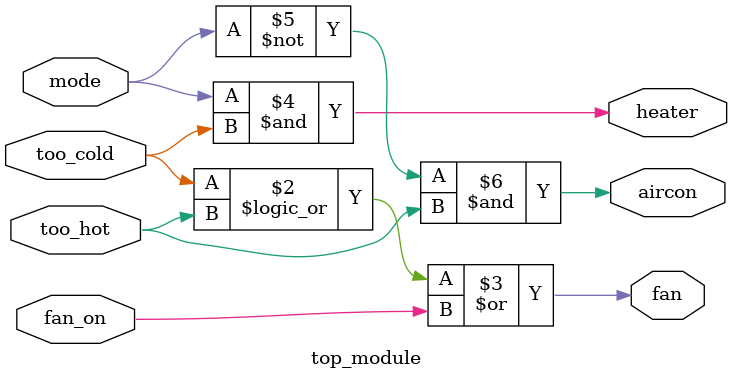
<source format=sv>
module top_module(
    input mode,
    input too_cold, 
    input too_hot,
    input fan_on,
    output reg heater,
    output reg aircon,
    output reg fan
);

always @(*) begin
    // Control the fan
    fan = (too_cold || too_hot) | fan_on;

    // Control the heater
    heater = (mode & too_cold);

    // Control the air conditioner
    aircon = (~mode & too_hot);
end

endmodule

</source>
